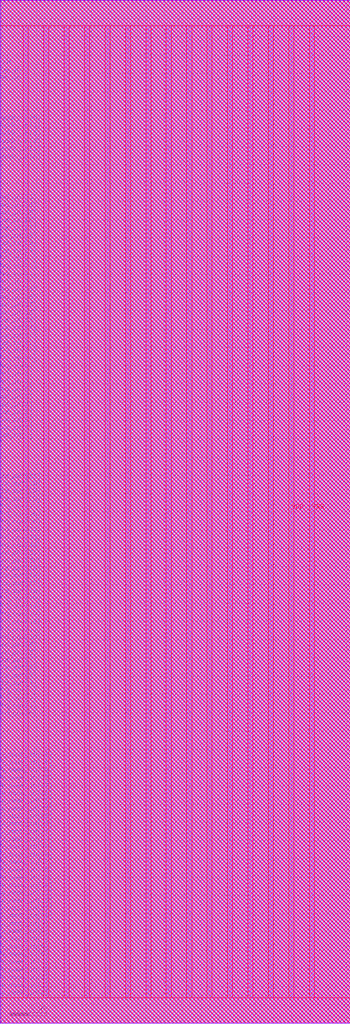
<source format=lef>
VERSION 5.7 ;
BUSBITCHARS "[]" ;
MACRO fakeram45_64x32
  FOREIGN fakeram45_64x32 0 0 ;
  SYMMETRY X Y R90 ;
  SIZE 19.190 BY 56.000 ;
  CLASS BLOCK ;
  PIN w_mask_in[0]
    DIRECTION INPUT ;
    USE SIGNAL ;
    SHAPE ABUTMENT ;
    PORT
      LAYER metal3 ;
      RECT 0.000 1.365 0.070 1.435 ;
    END
  END w_mask_in[0]
  PIN w_mask_in[1]
    DIRECTION INPUT ;
    USE SIGNAL ;
    SHAPE ABUTMENT ;
    PORT
      LAYER metal3 ;
      RECT 0.000 1.785 0.070 1.855 ;
    END
  END w_mask_in[1]
  PIN w_mask_in[2]
    DIRECTION INPUT ;
    USE SIGNAL ;
    SHAPE ABUTMENT ;
    PORT
      LAYER metal3 ;
      RECT 0.000 2.205 0.070 2.275 ;
    END
  END w_mask_in[2]
  PIN w_mask_in[3]
    DIRECTION INPUT ;
    USE SIGNAL ;
    SHAPE ABUTMENT ;
    PORT
      LAYER metal3 ;
      RECT 0.000 2.625 0.070 2.695 ;
    END
  END w_mask_in[3]
  PIN w_mask_in[4]
    DIRECTION INPUT ;
    USE SIGNAL ;
    SHAPE ABUTMENT ;
    PORT
      LAYER metal3 ;
      RECT 0.000 3.045 0.070 3.115 ;
    END
  END w_mask_in[4]
  PIN w_mask_in[5]
    DIRECTION INPUT ;
    USE SIGNAL ;
    SHAPE ABUTMENT ;
    PORT
      LAYER metal3 ;
      RECT 0.000 3.465 0.070 3.535 ;
    END
  END w_mask_in[5]
  PIN w_mask_in[6]
    DIRECTION INPUT ;
    USE SIGNAL ;
    SHAPE ABUTMENT ;
    PORT
      LAYER metal3 ;
      RECT 0.000 3.885 0.070 3.955 ;
    END
  END w_mask_in[6]
  PIN w_mask_in[7]
    DIRECTION INPUT ;
    USE SIGNAL ;
    SHAPE ABUTMENT ;
    PORT
      LAYER metal3 ;
      RECT 0.000 4.305 0.070 4.375 ;
    END
  END w_mask_in[7]
  PIN w_mask_in[8]
    DIRECTION INPUT ;
    USE SIGNAL ;
    SHAPE ABUTMENT ;
    PORT
      LAYER metal3 ;
      RECT 0.000 4.725 0.070 4.795 ;
    END
  END w_mask_in[8]
  PIN w_mask_in[9]
    DIRECTION INPUT ;
    USE SIGNAL ;
    SHAPE ABUTMENT ;
    PORT
      LAYER metal3 ;
      RECT 0.000 5.145 0.070 5.215 ;
    END
  END w_mask_in[9]
  PIN w_mask_in[10]
    DIRECTION INPUT ;
    USE SIGNAL ;
    SHAPE ABUTMENT ;
    PORT
      LAYER metal3 ;
      RECT 0.000 5.565 0.070 5.635 ;
    END
  END w_mask_in[10]
  PIN w_mask_in[11]
    DIRECTION INPUT ;
    USE SIGNAL ;
    SHAPE ABUTMENT ;
    PORT
      LAYER metal3 ;
      RECT 0.000 5.985 0.070 6.055 ;
    END
  END w_mask_in[11]
  PIN w_mask_in[12]
    DIRECTION INPUT ;
    USE SIGNAL ;
    SHAPE ABUTMENT ;
    PORT
      LAYER metal3 ;
      RECT 0.000 6.405 0.070 6.475 ;
    END
  END w_mask_in[12]
  PIN w_mask_in[13]
    DIRECTION INPUT ;
    USE SIGNAL ;
    SHAPE ABUTMENT ;
    PORT
      LAYER metal3 ;
      RECT 0.000 6.825 0.070 6.895 ;
    END
  END w_mask_in[13]
  PIN w_mask_in[14]
    DIRECTION INPUT ;
    USE SIGNAL ;
    SHAPE ABUTMENT ;
    PORT
      LAYER metal3 ;
      RECT 0.000 7.245 0.070 7.315 ;
    END
  END w_mask_in[14]
  PIN w_mask_in[15]
    DIRECTION INPUT ;
    USE SIGNAL ;
    SHAPE ABUTMENT ;
    PORT
      LAYER metal3 ;
      RECT 0.000 7.665 0.070 7.735 ;
    END
  END w_mask_in[15]
  PIN w_mask_in[16]
    DIRECTION INPUT ;
    USE SIGNAL ;
    SHAPE ABUTMENT ;
    PORT
      LAYER metal3 ;
      RECT 0.000 8.085 0.070 8.155 ;
    END
  END w_mask_in[16]
  PIN w_mask_in[17]
    DIRECTION INPUT ;
    USE SIGNAL ;
    SHAPE ABUTMENT ;
    PORT
      LAYER metal3 ;
      RECT 0.000 8.505 0.070 8.575 ;
    END
  END w_mask_in[17]
  PIN w_mask_in[18]
    DIRECTION INPUT ;
    USE SIGNAL ;
    SHAPE ABUTMENT ;
    PORT
      LAYER metal3 ;
      RECT 0.000 8.925 0.070 8.995 ;
    END
  END w_mask_in[18]
  PIN w_mask_in[19]
    DIRECTION INPUT ;
    USE SIGNAL ;
    SHAPE ABUTMENT ;
    PORT
      LAYER metal3 ;
      RECT 0.000 9.345 0.070 9.415 ;
    END
  END w_mask_in[19]
  PIN w_mask_in[20]
    DIRECTION INPUT ;
    USE SIGNAL ;
    SHAPE ABUTMENT ;
    PORT
      LAYER metal3 ;
      RECT 0.000 9.765 0.070 9.835 ;
    END
  END w_mask_in[20]
  PIN w_mask_in[21]
    DIRECTION INPUT ;
    USE SIGNAL ;
    SHAPE ABUTMENT ;
    PORT
      LAYER metal3 ;
      RECT 0.000 10.185 0.070 10.255 ;
    END
  END w_mask_in[21]
  PIN w_mask_in[22]
    DIRECTION INPUT ;
    USE SIGNAL ;
    SHAPE ABUTMENT ;
    PORT
      LAYER metal3 ;
      RECT 0.000 10.605 0.070 10.675 ;
    END
  END w_mask_in[22]
  PIN w_mask_in[23]
    DIRECTION INPUT ;
    USE SIGNAL ;
    SHAPE ABUTMENT ;
    PORT
      LAYER metal3 ;
      RECT 0.000 11.025 0.070 11.095 ;
    END
  END w_mask_in[23]
  PIN w_mask_in[24]
    DIRECTION INPUT ;
    USE SIGNAL ;
    SHAPE ABUTMENT ;
    PORT
      LAYER metal3 ;
      RECT 0.000 11.445 0.070 11.515 ;
    END
  END w_mask_in[24]
  PIN w_mask_in[25]
    DIRECTION INPUT ;
    USE SIGNAL ;
    SHAPE ABUTMENT ;
    PORT
      LAYER metal3 ;
      RECT 0.000 11.865 0.070 11.935 ;
    END
  END w_mask_in[25]
  PIN w_mask_in[26]
    DIRECTION INPUT ;
    USE SIGNAL ;
    SHAPE ABUTMENT ;
    PORT
      LAYER metal3 ;
      RECT 0.000 12.285 0.070 12.355 ;
    END
  END w_mask_in[26]
  PIN w_mask_in[27]
    DIRECTION INPUT ;
    USE SIGNAL ;
    SHAPE ABUTMENT ;
    PORT
      LAYER metal3 ;
      RECT 0.000 12.705 0.070 12.775 ;
    END
  END w_mask_in[27]
  PIN w_mask_in[28]
    DIRECTION INPUT ;
    USE SIGNAL ;
    SHAPE ABUTMENT ;
    PORT
      LAYER metal3 ;
      RECT 0.000 13.125 0.070 13.195 ;
    END
  END w_mask_in[28]
  PIN w_mask_in[29]
    DIRECTION INPUT ;
    USE SIGNAL ;
    SHAPE ABUTMENT ;
    PORT
      LAYER metal3 ;
      RECT 0.000 13.545 0.070 13.615 ;
    END
  END w_mask_in[29]
  PIN w_mask_in[30]
    DIRECTION INPUT ;
    USE SIGNAL ;
    SHAPE ABUTMENT ;
    PORT
      LAYER metal3 ;
      RECT 0.000 13.965 0.070 14.035 ;
    END
  END w_mask_in[30]
  PIN w_mask_in[31]
    DIRECTION INPUT ;
    USE SIGNAL ;
    SHAPE ABUTMENT ;
    PORT
      LAYER metal3 ;
      RECT 0.000 14.385 0.070 14.455 ;
    END
  END w_mask_in[31]
  PIN rd_out[0]
    DIRECTION OUTPUT ;
    USE SIGNAL ;
    SHAPE ABUTMENT ;
    PORT
      LAYER metal3 ;
      RECT 0.000 16.625 0.070 16.695 ;
    END
  END rd_out[0]
  PIN rd_out[1]
    DIRECTION OUTPUT ;
    USE SIGNAL ;
    SHAPE ABUTMENT ;
    PORT
      LAYER metal3 ;
      RECT 0.000 17.045 0.070 17.115 ;
    END
  END rd_out[1]
  PIN rd_out[2]
    DIRECTION OUTPUT ;
    USE SIGNAL ;
    SHAPE ABUTMENT ;
    PORT
      LAYER metal3 ;
      RECT 0.000 17.465 0.070 17.535 ;
    END
  END rd_out[2]
  PIN rd_out[3]
    DIRECTION OUTPUT ;
    USE SIGNAL ;
    SHAPE ABUTMENT ;
    PORT
      LAYER metal3 ;
      RECT 0.000 17.885 0.070 17.955 ;
    END
  END rd_out[3]
  PIN rd_out[4]
    DIRECTION OUTPUT ;
    USE SIGNAL ;
    SHAPE ABUTMENT ;
    PORT
      LAYER metal3 ;
      RECT 0.000 18.305 0.070 18.375 ;
    END
  END rd_out[4]
  PIN rd_out[5]
    DIRECTION OUTPUT ;
    USE SIGNAL ;
    SHAPE ABUTMENT ;
    PORT
      LAYER metal3 ;
      RECT 0.000 18.725 0.070 18.795 ;
    END
  END rd_out[5]
  PIN rd_out[6]
    DIRECTION OUTPUT ;
    USE SIGNAL ;
    SHAPE ABUTMENT ;
    PORT
      LAYER metal3 ;
      RECT 0.000 19.145 0.070 19.215 ;
    END
  END rd_out[6]
  PIN rd_out[7]
    DIRECTION OUTPUT ;
    USE SIGNAL ;
    SHAPE ABUTMENT ;
    PORT
      LAYER metal3 ;
      RECT 0.000 19.565 0.070 19.635 ;
    END
  END rd_out[7]
  PIN rd_out[8]
    DIRECTION OUTPUT ;
    USE SIGNAL ;
    SHAPE ABUTMENT ;
    PORT
      LAYER metal3 ;
      RECT 0.000 19.985 0.070 20.055 ;
    END
  END rd_out[8]
  PIN rd_out[9]
    DIRECTION OUTPUT ;
    USE SIGNAL ;
    SHAPE ABUTMENT ;
    PORT
      LAYER metal3 ;
      RECT 0.000 20.405 0.070 20.475 ;
    END
  END rd_out[9]
  PIN rd_out[10]
    DIRECTION OUTPUT ;
    USE SIGNAL ;
    SHAPE ABUTMENT ;
    PORT
      LAYER metal3 ;
      RECT 0.000 20.825 0.070 20.895 ;
    END
  END rd_out[10]
  PIN rd_out[11]
    DIRECTION OUTPUT ;
    USE SIGNAL ;
    SHAPE ABUTMENT ;
    PORT
      LAYER metal3 ;
      RECT 0.000 21.245 0.070 21.315 ;
    END
  END rd_out[11]
  PIN rd_out[12]
    DIRECTION OUTPUT ;
    USE SIGNAL ;
    SHAPE ABUTMENT ;
    PORT
      LAYER metal3 ;
      RECT 0.000 21.665 0.070 21.735 ;
    END
  END rd_out[12]
  PIN rd_out[13]
    DIRECTION OUTPUT ;
    USE SIGNAL ;
    SHAPE ABUTMENT ;
    PORT
      LAYER metal3 ;
      RECT 0.000 22.085 0.070 22.155 ;
    END
  END rd_out[13]
  PIN rd_out[14]
    DIRECTION OUTPUT ;
    USE SIGNAL ;
    SHAPE ABUTMENT ;
    PORT
      LAYER metal3 ;
      RECT 0.000 22.505 0.070 22.575 ;
    END
  END rd_out[14]
  PIN rd_out[15]
    DIRECTION OUTPUT ;
    USE SIGNAL ;
    SHAPE ABUTMENT ;
    PORT
      LAYER metal3 ;
      RECT 0.000 22.925 0.070 22.995 ;
    END
  END rd_out[15]
  PIN rd_out[16]
    DIRECTION OUTPUT ;
    USE SIGNAL ;
    SHAPE ABUTMENT ;
    PORT
      LAYER metal3 ;
      RECT 0.000 23.345 0.070 23.415 ;
    END
  END rd_out[16]
  PIN rd_out[17]
    DIRECTION OUTPUT ;
    USE SIGNAL ;
    SHAPE ABUTMENT ;
    PORT
      LAYER metal3 ;
      RECT 0.000 23.765 0.070 23.835 ;
    END
  END rd_out[17]
  PIN rd_out[18]
    DIRECTION OUTPUT ;
    USE SIGNAL ;
    SHAPE ABUTMENT ;
    PORT
      LAYER metal3 ;
      RECT 0.000 24.185 0.070 24.255 ;
    END
  END rd_out[18]
  PIN rd_out[19]
    DIRECTION OUTPUT ;
    USE SIGNAL ;
    SHAPE ABUTMENT ;
    PORT
      LAYER metal3 ;
      RECT 0.000 24.605 0.070 24.675 ;
    END
  END rd_out[19]
  PIN rd_out[20]
    DIRECTION OUTPUT ;
    USE SIGNAL ;
    SHAPE ABUTMENT ;
    PORT
      LAYER metal3 ;
      RECT 0.000 25.025 0.070 25.095 ;
    END
  END rd_out[20]
  PIN rd_out[21]
    DIRECTION OUTPUT ;
    USE SIGNAL ;
    SHAPE ABUTMENT ;
    PORT
      LAYER metal3 ;
      RECT 0.000 25.445 0.070 25.515 ;
    END
  END rd_out[21]
  PIN rd_out[22]
    DIRECTION OUTPUT ;
    USE SIGNAL ;
    SHAPE ABUTMENT ;
    PORT
      LAYER metal3 ;
      RECT 0.000 25.865 0.070 25.935 ;
    END
  END rd_out[22]
  PIN rd_out[23]
    DIRECTION OUTPUT ;
    USE SIGNAL ;
    SHAPE ABUTMENT ;
    PORT
      LAYER metal3 ;
      RECT 0.000 26.285 0.070 26.355 ;
    END
  END rd_out[23]
  PIN rd_out[24]
    DIRECTION OUTPUT ;
    USE SIGNAL ;
    SHAPE ABUTMENT ;
    PORT
      LAYER metal3 ;
      RECT 0.000 26.705 0.070 26.775 ;
    END
  END rd_out[24]
  PIN rd_out[25]
    DIRECTION OUTPUT ;
    USE SIGNAL ;
    SHAPE ABUTMENT ;
    PORT
      LAYER metal3 ;
      RECT 0.000 27.125 0.070 27.195 ;
    END
  END rd_out[25]
  PIN rd_out[26]
    DIRECTION OUTPUT ;
    USE SIGNAL ;
    SHAPE ABUTMENT ;
    PORT
      LAYER metal3 ;
      RECT 0.000 27.545 0.070 27.615 ;
    END
  END rd_out[26]
  PIN rd_out[27]
    DIRECTION OUTPUT ;
    USE SIGNAL ;
    SHAPE ABUTMENT ;
    PORT
      LAYER metal3 ;
      RECT 0.000 27.965 0.070 28.035 ;
    END
  END rd_out[27]
  PIN rd_out[28]
    DIRECTION OUTPUT ;
    USE SIGNAL ;
    SHAPE ABUTMENT ;
    PORT
      LAYER metal3 ;
      RECT 0.000 28.385 0.070 28.455 ;
    END
  END rd_out[28]
  PIN rd_out[29]
    DIRECTION OUTPUT ;
    USE SIGNAL ;
    SHAPE ABUTMENT ;
    PORT
      LAYER metal3 ;
      RECT 0.000 28.805 0.070 28.875 ;
    END
  END rd_out[29]
  PIN rd_out[30]
    DIRECTION OUTPUT ;
    USE SIGNAL ;
    SHAPE ABUTMENT ;
    PORT
      LAYER metal3 ;
      RECT 0.000 29.225 0.070 29.295 ;
    END
  END rd_out[30]
  PIN rd_out[31]
    DIRECTION OUTPUT ;
    USE SIGNAL ;
    SHAPE ABUTMENT ;
    PORT
      LAYER metal3 ;
      RECT 0.000 29.645 0.070 29.715 ;
    END
  END rd_out[31]
  PIN wd_in[0]
    DIRECTION INPUT ;
    USE SIGNAL ;
    SHAPE ABUTMENT ;
    PORT
      LAYER metal3 ;
      RECT 0.000 31.885 0.070 31.955 ;
    END
  END wd_in[0]
  PIN wd_in[1]
    DIRECTION INPUT ;
    USE SIGNAL ;
    SHAPE ABUTMENT ;
    PORT
      LAYER metal3 ;
      RECT 0.000 32.305 0.070 32.375 ;
    END
  END wd_in[1]
  PIN wd_in[2]
    DIRECTION INPUT ;
    USE SIGNAL ;
    SHAPE ABUTMENT ;
    PORT
      LAYER metal3 ;
      RECT 0.000 32.725 0.070 32.795 ;
    END
  END wd_in[2]
  PIN wd_in[3]
    DIRECTION INPUT ;
    USE SIGNAL ;
    SHAPE ABUTMENT ;
    PORT
      LAYER metal3 ;
      RECT 0.000 33.145 0.070 33.215 ;
    END
  END wd_in[3]
  PIN wd_in[4]
    DIRECTION INPUT ;
    USE SIGNAL ;
    SHAPE ABUTMENT ;
    PORT
      LAYER metal3 ;
      RECT 0.000 33.565 0.070 33.635 ;
    END
  END wd_in[4]
  PIN wd_in[5]
    DIRECTION INPUT ;
    USE SIGNAL ;
    SHAPE ABUTMENT ;
    PORT
      LAYER metal3 ;
      RECT 0.000 33.985 0.070 34.055 ;
    END
  END wd_in[5]
  PIN wd_in[6]
    DIRECTION INPUT ;
    USE SIGNAL ;
    SHAPE ABUTMENT ;
    PORT
      LAYER metal3 ;
      RECT 0.000 34.405 0.070 34.475 ;
    END
  END wd_in[6]
  PIN wd_in[7]
    DIRECTION INPUT ;
    USE SIGNAL ;
    SHAPE ABUTMENT ;
    PORT
      LAYER metal3 ;
      RECT 0.000 34.825 0.070 34.895 ;
    END
  END wd_in[7]
  PIN wd_in[8]
    DIRECTION INPUT ;
    USE SIGNAL ;
    SHAPE ABUTMENT ;
    PORT
      LAYER metal3 ;
      RECT 0.000 35.245 0.070 35.315 ;
    END
  END wd_in[8]
  PIN wd_in[9]
    DIRECTION INPUT ;
    USE SIGNAL ;
    SHAPE ABUTMENT ;
    PORT
      LAYER metal3 ;
      RECT 0.000 35.665 0.070 35.735 ;
    END
  END wd_in[9]
  PIN wd_in[10]
    DIRECTION INPUT ;
    USE SIGNAL ;
    SHAPE ABUTMENT ;
    PORT
      LAYER metal3 ;
      RECT 0.000 36.085 0.070 36.155 ;
    END
  END wd_in[10]
  PIN wd_in[11]
    DIRECTION INPUT ;
    USE SIGNAL ;
    SHAPE ABUTMENT ;
    PORT
      LAYER metal3 ;
      RECT 0.000 36.505 0.070 36.575 ;
    END
  END wd_in[11]
  PIN wd_in[12]
    DIRECTION INPUT ;
    USE SIGNAL ;
    SHAPE ABUTMENT ;
    PORT
      LAYER metal3 ;
      RECT 0.000 36.925 0.070 36.995 ;
    END
  END wd_in[12]
  PIN wd_in[13]
    DIRECTION INPUT ;
    USE SIGNAL ;
    SHAPE ABUTMENT ;
    PORT
      LAYER metal3 ;
      RECT 0.000 37.345 0.070 37.415 ;
    END
  END wd_in[13]
  PIN wd_in[14]
    DIRECTION INPUT ;
    USE SIGNAL ;
    SHAPE ABUTMENT ;
    PORT
      LAYER metal3 ;
      RECT 0.000 37.765 0.070 37.835 ;
    END
  END wd_in[14]
  PIN wd_in[15]
    DIRECTION INPUT ;
    USE SIGNAL ;
    SHAPE ABUTMENT ;
    PORT
      LAYER metal3 ;
      RECT 0.000 38.185 0.070 38.255 ;
    END
  END wd_in[15]
  PIN wd_in[16]
    DIRECTION INPUT ;
    USE SIGNAL ;
    SHAPE ABUTMENT ;
    PORT
      LAYER metal3 ;
      RECT 0.000 38.605 0.070 38.675 ;
    END
  END wd_in[16]
  PIN wd_in[17]
    DIRECTION INPUT ;
    USE SIGNAL ;
    SHAPE ABUTMENT ;
    PORT
      LAYER metal3 ;
      RECT 0.000 39.025 0.070 39.095 ;
    END
  END wd_in[17]
  PIN wd_in[18]
    DIRECTION INPUT ;
    USE SIGNAL ;
    SHAPE ABUTMENT ;
    PORT
      LAYER metal3 ;
      RECT 0.000 39.445 0.070 39.515 ;
    END
  END wd_in[18]
  PIN wd_in[19]
    DIRECTION INPUT ;
    USE SIGNAL ;
    SHAPE ABUTMENT ;
    PORT
      LAYER metal3 ;
      RECT 0.000 39.865 0.070 39.935 ;
    END
  END wd_in[19]
  PIN wd_in[20]
    DIRECTION INPUT ;
    USE SIGNAL ;
    SHAPE ABUTMENT ;
    PORT
      LAYER metal3 ;
      RECT 0.000 40.285 0.070 40.355 ;
    END
  END wd_in[20]
  PIN wd_in[21]
    DIRECTION INPUT ;
    USE SIGNAL ;
    SHAPE ABUTMENT ;
    PORT
      LAYER metal3 ;
      RECT 0.000 40.705 0.070 40.775 ;
    END
  END wd_in[21]
  PIN wd_in[22]
    DIRECTION INPUT ;
    USE SIGNAL ;
    SHAPE ABUTMENT ;
    PORT
      LAYER metal3 ;
      RECT 0.000 41.125 0.070 41.195 ;
    END
  END wd_in[22]
  PIN wd_in[23]
    DIRECTION INPUT ;
    USE SIGNAL ;
    SHAPE ABUTMENT ;
    PORT
      LAYER metal3 ;
      RECT 0.000 41.545 0.070 41.615 ;
    END
  END wd_in[23]
  PIN wd_in[24]
    DIRECTION INPUT ;
    USE SIGNAL ;
    SHAPE ABUTMENT ;
    PORT
      LAYER metal3 ;
      RECT 0.000 41.965 0.070 42.035 ;
    END
  END wd_in[24]
  PIN wd_in[25]
    DIRECTION INPUT ;
    USE SIGNAL ;
    SHAPE ABUTMENT ;
    PORT
      LAYER metal3 ;
      RECT 0.000 42.385 0.070 42.455 ;
    END
  END wd_in[25]
  PIN wd_in[26]
    DIRECTION INPUT ;
    USE SIGNAL ;
    SHAPE ABUTMENT ;
    PORT
      LAYER metal3 ;
      RECT 0.000 42.805 0.070 42.875 ;
    END
  END wd_in[26]
  PIN wd_in[27]
    DIRECTION INPUT ;
    USE SIGNAL ;
    SHAPE ABUTMENT ;
    PORT
      LAYER metal3 ;
      RECT 0.000 43.225 0.070 43.295 ;
    END
  END wd_in[27]
  PIN wd_in[28]
    DIRECTION INPUT ;
    USE SIGNAL ;
    SHAPE ABUTMENT ;
    PORT
      LAYER metal3 ;
      RECT 0.000 43.645 0.070 43.715 ;
    END
  END wd_in[28]
  PIN wd_in[29]
    DIRECTION INPUT ;
    USE SIGNAL ;
    SHAPE ABUTMENT ;
    PORT
      LAYER metal3 ;
      RECT 0.000 44.065 0.070 44.135 ;
    END
  END wd_in[29]
  PIN wd_in[30]
    DIRECTION INPUT ;
    USE SIGNAL ;
    SHAPE ABUTMENT ;
    PORT
      LAYER metal3 ;
      RECT 0.000 44.485 0.070 44.555 ;
    END
  END wd_in[30]
  PIN wd_in[31]
    DIRECTION INPUT ;
    USE SIGNAL ;
    SHAPE ABUTMENT ;
    PORT
      LAYER metal3 ;
      RECT 0.000 44.905 0.070 44.975 ;
    END
  END wd_in[31]
  PIN addr_in[0]
    DIRECTION INPUT ;
    USE SIGNAL ;
    SHAPE ABUTMENT ;
    PORT
      LAYER metal3 ;
      RECT 0.000 47.145 0.070 47.215 ;
    END
  END addr_in[0]
  PIN addr_in[1]
    DIRECTION INPUT ;
    USE SIGNAL ;
    SHAPE ABUTMENT ;
    PORT
      LAYER metal3 ;
      RECT 0.000 47.565 0.070 47.635 ;
    END
  END addr_in[1]
  PIN addr_in[2]
    DIRECTION INPUT ;
    USE SIGNAL ;
    SHAPE ABUTMENT ;
    PORT
      LAYER metal3 ;
      RECT 0.000 47.985 0.070 48.055 ;
    END
  END addr_in[2]
  PIN addr_in[3]
    DIRECTION INPUT ;
    USE SIGNAL ;
    SHAPE ABUTMENT ;
    PORT
      LAYER metal3 ;
      RECT 0.000 48.405 0.070 48.475 ;
    END
  END addr_in[3]
  PIN addr_in[4]
    DIRECTION INPUT ;
    USE SIGNAL ;
    SHAPE ABUTMENT ;
    PORT
      LAYER metal3 ;
      RECT 0.000 48.825 0.070 48.895 ;
    END
  END addr_in[4]
  PIN addr_in[5]
    DIRECTION INPUT ;
    USE SIGNAL ;
    SHAPE ABUTMENT ;
    PORT
      LAYER metal3 ;
      RECT 0.000 49.245 0.070 49.315 ;
    END
  END addr_in[5]
  PIN we_in
    DIRECTION INPUT ;
    USE SIGNAL ;
    SHAPE ABUTMENT ;
    PORT
      LAYER metal3 ;
      RECT 0.000 51.485 0.070 51.555 ;
    END
  END we_in
  PIN ce_in
    DIRECTION INPUT ;
    USE SIGNAL ;
    SHAPE ABUTMENT ;
    PORT
      LAYER metal3 ;
      RECT 0.000 51.905 0.070 51.975 ;
    END
  END ce_in
  PIN clk
    DIRECTION INPUT ;
    USE SIGNAL ;
    SHAPE ABUTMENT ;
    PORT
      LAYER metal3 ;
      RECT 0.000 52.325 0.070 52.395 ;
    END
  END clk
  PIN VSS
    DIRECTION INOUT ;
    USE GROUND ;
    PORT
      LAYER metal4 ;
      RECT 1.260 1.400 1.540 54.600 ;
      RECT 3.500 1.400 3.780 54.600 ;
      RECT 5.740 1.400 6.020 54.600 ;
      RECT 7.980 1.400 8.260 54.600 ;
      RECT 10.220 1.400 10.500 54.600 ;
      RECT 12.460 1.400 12.740 54.600 ;
      RECT 14.700 1.400 14.980 54.600 ;
      RECT 16.940 1.400 17.220 54.600 ;
    END
  END VSS
  PIN VDD
    DIRECTION INOUT ;
    USE POWER ;
    PORT
      LAYER metal4 ;
      RECT 2.380 1.400 2.660 54.600 ;
      RECT 4.620 1.400 4.900 54.600 ;
      RECT 6.860 1.400 7.140 54.600 ;
      RECT 9.100 1.400 9.380 54.600 ;
      RECT 11.340 1.400 11.620 54.600 ;
      RECT 13.580 1.400 13.860 54.600 ;
      RECT 15.820 1.400 16.100 54.600 ;
    END
  END VDD
  OBS
    LAYER metal1 ;
    RECT 0 0 19.190 56.000 ;
    LAYER metal2 ;
    RECT 0 0 19.190 56.000 ;
    LAYER metal3 ;
    RECT 0.070 0 19.190 56.000 ;
    RECT 0 0.000 0.070 1.365 ;
    RECT 0 1.435 0.070 1.785 ;
    RECT 0 1.855 0.070 2.205 ;
    RECT 0 2.275 0.070 2.625 ;
    RECT 0 2.695 0.070 3.045 ;
    RECT 0 3.115 0.070 3.465 ;
    RECT 0 3.535 0.070 3.885 ;
    RECT 0 3.955 0.070 4.305 ;
    RECT 0 4.375 0.070 4.725 ;
    RECT 0 4.795 0.070 5.145 ;
    RECT 0 5.215 0.070 5.565 ;
    RECT 0 5.635 0.070 5.985 ;
    RECT 0 6.055 0.070 6.405 ;
    RECT 0 6.475 0.070 6.825 ;
    RECT 0 6.895 0.070 7.245 ;
    RECT 0 7.315 0.070 7.665 ;
    RECT 0 7.735 0.070 8.085 ;
    RECT 0 8.155 0.070 8.505 ;
    RECT 0 8.575 0.070 8.925 ;
    RECT 0 8.995 0.070 9.345 ;
    RECT 0 9.415 0.070 9.765 ;
    RECT 0 9.835 0.070 10.185 ;
    RECT 0 10.255 0.070 10.605 ;
    RECT 0 10.675 0.070 11.025 ;
    RECT 0 11.095 0.070 11.445 ;
    RECT 0 11.515 0.070 11.865 ;
    RECT 0 11.935 0.070 12.285 ;
    RECT 0 12.355 0.070 12.705 ;
    RECT 0 12.775 0.070 13.125 ;
    RECT 0 13.195 0.070 13.545 ;
    RECT 0 13.615 0.070 13.965 ;
    RECT 0 14.035 0.070 14.385 ;
    RECT 0 14.455 0.070 16.625 ;
    RECT 0 16.695 0.070 17.045 ;
    RECT 0 17.115 0.070 17.465 ;
    RECT 0 17.535 0.070 17.885 ;
    RECT 0 17.955 0.070 18.305 ;
    RECT 0 18.375 0.070 18.725 ;
    RECT 0 18.795 0.070 19.145 ;
    RECT 0 19.215 0.070 19.565 ;
    RECT 0 19.635 0.070 19.985 ;
    RECT 0 20.055 0.070 20.405 ;
    RECT 0 20.475 0.070 20.825 ;
    RECT 0 20.895 0.070 21.245 ;
    RECT 0 21.315 0.070 21.665 ;
    RECT 0 21.735 0.070 22.085 ;
    RECT 0 22.155 0.070 22.505 ;
    RECT 0 22.575 0.070 22.925 ;
    RECT 0 22.995 0.070 23.345 ;
    RECT 0 23.415 0.070 23.765 ;
    RECT 0 23.835 0.070 24.185 ;
    RECT 0 24.255 0.070 24.605 ;
    RECT 0 24.675 0.070 25.025 ;
    RECT 0 25.095 0.070 25.445 ;
    RECT 0 25.515 0.070 25.865 ;
    RECT 0 25.935 0.070 26.285 ;
    RECT 0 26.355 0.070 26.705 ;
    RECT 0 26.775 0.070 27.125 ;
    RECT 0 27.195 0.070 27.545 ;
    RECT 0 27.615 0.070 27.965 ;
    RECT 0 28.035 0.070 28.385 ;
    RECT 0 28.455 0.070 28.805 ;
    RECT 0 28.875 0.070 29.225 ;
    RECT 0 29.295 0.070 29.645 ;
    RECT 0 29.715 0.070 31.885 ;
    RECT 0 31.955 0.070 32.305 ;
    RECT 0 32.375 0.070 32.725 ;
    RECT 0 32.795 0.070 33.145 ;
    RECT 0 33.215 0.070 33.565 ;
    RECT 0 33.635 0.070 33.985 ;
    RECT 0 34.055 0.070 34.405 ;
    RECT 0 34.475 0.070 34.825 ;
    RECT 0 34.895 0.070 35.245 ;
    RECT 0 35.315 0.070 35.665 ;
    RECT 0 35.735 0.070 36.085 ;
    RECT 0 36.155 0.070 36.505 ;
    RECT 0 36.575 0.070 36.925 ;
    RECT 0 36.995 0.070 37.345 ;
    RECT 0 37.415 0.070 37.765 ;
    RECT 0 37.835 0.070 38.185 ;
    RECT 0 38.255 0.070 38.605 ;
    RECT 0 38.675 0.070 39.025 ;
    RECT 0 39.095 0.070 39.445 ;
    RECT 0 39.515 0.070 39.865 ;
    RECT 0 39.935 0.070 40.285 ;
    RECT 0 40.355 0.070 40.705 ;
    RECT 0 40.775 0.070 41.125 ;
    RECT 0 41.195 0.070 41.545 ;
    RECT 0 41.615 0.070 41.965 ;
    RECT 0 42.035 0.070 42.385 ;
    RECT 0 42.455 0.070 42.805 ;
    RECT 0 42.875 0.070 43.225 ;
    RECT 0 43.295 0.070 43.645 ;
    RECT 0 43.715 0.070 44.065 ;
    RECT 0 44.135 0.070 44.485 ;
    RECT 0 44.555 0.070 44.905 ;
    RECT 0 44.975 0.070 47.145 ;
    RECT 0 47.215 0.070 47.565 ;
    RECT 0 47.635 0.070 47.985 ;
    RECT 0 48.055 0.070 48.405 ;
    RECT 0 48.475 0.070 48.825 ;
    RECT 0 48.895 0.070 49.245 ;
    RECT 0 49.315 0.070 51.485 ;
    RECT 0 51.555 0.070 51.905 ;
    RECT 0 51.975 0.070 52.325 ;
    RECT 0 52.395 0.070 56.000 ;
    LAYER metal4 ;
    RECT 0 0 19.190 1.400 ;
    RECT 0 54.600 19.190 56.000 ;
    RECT 0.000 1.400 1.260 54.600 ;
    RECT 1.540 1.400 2.380 54.600 ;
    RECT 2.660 1.400 3.500 54.600 ;
    RECT 3.780 1.400 4.620 54.600 ;
    RECT 4.900 1.400 5.740 54.600 ;
    RECT 6.020 1.400 6.860 54.600 ;
    RECT 7.140 1.400 7.980 54.600 ;
    RECT 8.260 1.400 9.100 54.600 ;
    RECT 9.380 1.400 10.220 54.600 ;
    RECT 10.500 1.400 11.340 54.600 ;
    RECT 11.620 1.400 12.460 54.600 ;
    RECT 12.740 1.400 13.580 54.600 ;
    RECT 13.860 1.400 14.700 54.600 ;
    RECT 14.980 1.400 15.820 54.600 ;
    RECT 16.100 1.400 16.940 54.600 ;
    RECT 17.220 1.400 19.190 54.600 ;
    LAYER via1 ;
    RECT 0 0 19.190 56.000 ;
    LAYER via2 ;
    RECT 0 0 19.190 56.000 ;
    LAYER via3 ;
    RECT 0 0 19.190 56.000 ;
    LAYER OVERLAP ;
    RECT 0 0 19.190 56.000 ;
  END
END fakeram45_64x32

END LIBRARY

</source>
